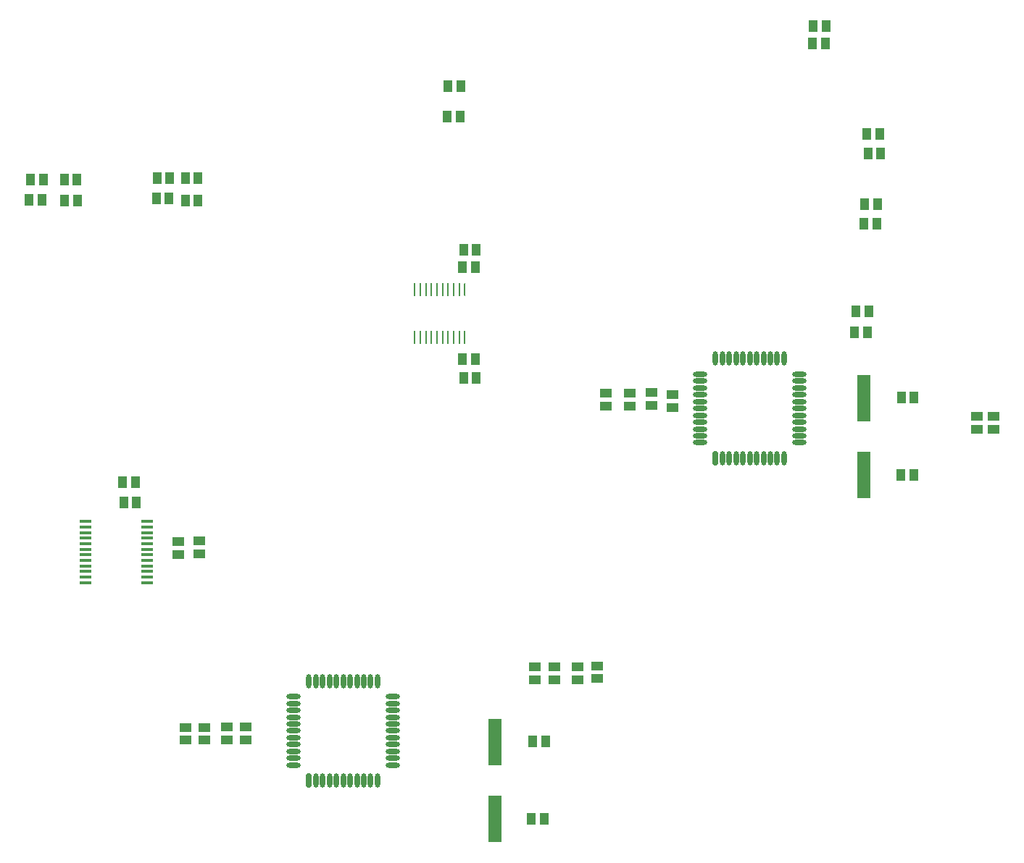
<source format=gtp>
G04 Layer_Color=8421504*
%FSLAX25Y25*%
%MOIN*%
G70*
G01*
G75*
%ADD10R,0.04331X0.05512*%
%ADD11R,0.05512X0.04331*%
%ADD12O,0.05512X0.01575*%
G04:AMPARAMS|DCode=13|XSize=15.75mil|YSize=55.12mil|CornerRadius=3.94mil|HoleSize=0mil|Usage=FLASHONLY|Rotation=90.000|XOffset=0mil|YOffset=0mil|HoleType=Round|Shape=RoundedRectangle|*
%AMROUNDEDRECTD13*
21,1,0.01575,0.04724,0,0,90.0*
21,1,0.00787,0.05512,0,0,90.0*
1,1,0.00787,0.02362,0.00394*
1,1,0.00787,0.02362,-0.00394*
1,1,0.00787,-0.02362,-0.00394*
1,1,0.00787,-0.02362,0.00394*
%
%ADD13ROUNDEDRECTD13*%
%ADD14O,0.02362X0.06496*%
%ADD15O,0.06496X0.02362*%
G04:AMPARAMS|DCode=16|XSize=23.62mil|YSize=64.96mil|CornerRadius=5.91mil|HoleSize=0mil|Usage=FLASHONLY|Rotation=180.000|XOffset=0mil|YOffset=0mil|HoleType=Round|Shape=RoundedRectangle|*
%AMROUNDEDRECTD16*
21,1,0.02362,0.05315,0,0,180.0*
21,1,0.01181,0.06496,0,0,180.0*
1,1,0.01181,-0.00591,0.02658*
1,1,0.01181,0.00591,0.02658*
1,1,0.01181,0.00591,-0.02658*
1,1,0.01181,-0.00591,-0.02658*
%
%ADD16ROUNDEDRECTD16*%
%ADD17R,0.05906X0.21654*%
%ADD18R,0.00984X0.06102*%
G04:AMPARAMS|DCode=19|XSize=9.84mil|YSize=61.02mil|CornerRadius=2.46mil|HoleSize=0mil|Usage=FLASHONLY|Rotation=180.000|XOffset=0mil|YOffset=0mil|HoleType=Round|Shape=RoundedRectangle|*
%AMROUNDEDRECTD19*
21,1,0.00984,0.05610,0,0,180.0*
21,1,0.00492,0.06102,0,0,180.0*
1,1,0.00492,-0.00246,0.02805*
1,1,0.00492,0.00246,0.02805*
1,1,0.00492,0.00246,-0.02805*
1,1,0.00492,-0.00246,-0.02805*
%
%ADD19ROUNDEDRECTD19*%
D10*
X599606Y322441D02*
D03*
X605512D02*
D03*
X430118Y164173D02*
D03*
X436024D02*
D03*
X429331Y128347D02*
D03*
X435236D02*
D03*
X199016Y422736D02*
D03*
X204921D02*
D03*
X198425Y413386D02*
D03*
X204331D02*
D03*
X220472Y422736D02*
D03*
X214567D02*
D03*
X220669Y412992D02*
D03*
X214764D02*
D03*
X257283Y423228D02*
D03*
X263189D02*
D03*
X256890Y414173D02*
D03*
X262795D02*
D03*
X276181Y412992D02*
D03*
X270276D02*
D03*
X276181Y423228D02*
D03*
X270276D02*
D03*
X396654Y451575D02*
D03*
X390748D02*
D03*
X397047Y465748D02*
D03*
X391142D02*
D03*
X397835Y340158D02*
D03*
X403740D02*
D03*
X398228Y331496D02*
D03*
X404134D02*
D03*
X397835Y382283D02*
D03*
X403740D02*
D03*
X398228Y390551D02*
D03*
X404134D02*
D03*
X247441Y283465D02*
D03*
X241535D02*
D03*
X247835Y274016D02*
D03*
X241929D02*
D03*
X599409Y286614D02*
D03*
X605315D02*
D03*
X584252Y434646D02*
D03*
X590158D02*
D03*
X578150Y352362D02*
D03*
X584055D02*
D03*
X582480Y402362D02*
D03*
X588386D02*
D03*
X558661Y485433D02*
D03*
X564567D02*
D03*
X559055Y493307D02*
D03*
X564961D02*
D03*
X583661Y443701D02*
D03*
X589567D02*
D03*
X582677Y411417D02*
D03*
X588583D02*
D03*
X578740Y362205D02*
D03*
X584646D02*
D03*
D11*
X276772Y256299D02*
D03*
Y250394D02*
D03*
X266929Y256102D02*
D03*
Y250197D02*
D03*
X431102Y198228D02*
D03*
Y192323D02*
D03*
X440158Y198228D02*
D03*
Y192323D02*
D03*
X450787Y198228D02*
D03*
Y192323D02*
D03*
X459842Y198819D02*
D03*
Y192913D02*
D03*
X289370Y170669D02*
D03*
Y164764D02*
D03*
X298031Y170669D02*
D03*
Y164764D02*
D03*
X279134Y170472D02*
D03*
Y164567D02*
D03*
X270472Y170472D02*
D03*
Y164567D02*
D03*
X642126Y313583D02*
D03*
Y307677D02*
D03*
X634252Y313583D02*
D03*
Y307677D02*
D03*
X494488Y323622D02*
D03*
Y317717D02*
D03*
X484646Y324606D02*
D03*
Y318701D02*
D03*
X474803Y324410D02*
D03*
Y318504D02*
D03*
X463779Y324410D02*
D03*
Y318504D02*
D03*
D12*
X252559Y237106D02*
D03*
Y239665D02*
D03*
Y242224D02*
D03*
Y244783D02*
D03*
Y247342D02*
D03*
Y249902D02*
D03*
Y252461D02*
D03*
Y255020D02*
D03*
Y257579D02*
D03*
Y260138D02*
D03*
Y262697D02*
D03*
Y265256D02*
D03*
X224213Y237106D02*
D03*
Y239665D02*
D03*
Y242224D02*
D03*
Y244783D02*
D03*
Y247342D02*
D03*
Y249902D02*
D03*
Y252461D02*
D03*
Y255020D02*
D03*
Y257579D02*
D03*
Y260138D02*
D03*
Y262697D02*
D03*
D13*
Y265256D02*
D03*
D14*
X330315Y145965D02*
D03*
X333465D02*
D03*
X336614D02*
D03*
X339764D02*
D03*
X342913D02*
D03*
X346063D02*
D03*
X349213D02*
D03*
X352362D02*
D03*
X355512D02*
D03*
X358661D02*
D03*
Y191831D02*
D03*
X355512D02*
D03*
X352362D02*
D03*
X349213D02*
D03*
X346063D02*
D03*
X342913D02*
D03*
X339764D02*
D03*
X336614D02*
D03*
X333465D02*
D03*
X330315D02*
D03*
X327165D02*
D03*
X517323Y294390D02*
D03*
X520472D02*
D03*
X523622D02*
D03*
X526772D02*
D03*
X529921D02*
D03*
X533071D02*
D03*
X536221D02*
D03*
X539370D02*
D03*
X542520D02*
D03*
X545669D02*
D03*
Y340256D02*
D03*
X542520D02*
D03*
X539370D02*
D03*
X536221D02*
D03*
X533071D02*
D03*
X529921D02*
D03*
X526772D02*
D03*
X523622D02*
D03*
X520472D02*
D03*
X517323D02*
D03*
X514173D02*
D03*
D15*
X365846Y153150D02*
D03*
Y156299D02*
D03*
Y159449D02*
D03*
Y162598D02*
D03*
Y165748D02*
D03*
Y168898D02*
D03*
Y172047D02*
D03*
Y175197D02*
D03*
Y178347D02*
D03*
Y181496D02*
D03*
Y184646D02*
D03*
X319980D02*
D03*
Y181496D02*
D03*
Y178347D02*
D03*
Y175197D02*
D03*
Y172047D02*
D03*
Y168898D02*
D03*
Y165748D02*
D03*
Y162598D02*
D03*
Y159449D02*
D03*
Y156299D02*
D03*
Y153150D02*
D03*
X552854Y301575D02*
D03*
Y304724D02*
D03*
Y307874D02*
D03*
Y311024D02*
D03*
Y314173D02*
D03*
Y317323D02*
D03*
Y320472D02*
D03*
Y323622D02*
D03*
Y326772D02*
D03*
Y329921D02*
D03*
Y333071D02*
D03*
X506988D02*
D03*
Y329921D02*
D03*
Y326772D02*
D03*
Y323622D02*
D03*
Y320472D02*
D03*
Y317323D02*
D03*
Y314173D02*
D03*
Y311024D02*
D03*
Y307874D02*
D03*
Y304724D02*
D03*
Y301575D02*
D03*
D16*
X327165Y145965D02*
D03*
X514173Y294390D02*
D03*
D17*
X412598Y163779D02*
D03*
Y128347D02*
D03*
X582283Y322047D02*
D03*
Y286614D02*
D03*
D18*
X375787Y350000D02*
D03*
X378346D02*
D03*
X380906D02*
D03*
X383465D02*
D03*
X386024D02*
D03*
X388583D02*
D03*
X391142D02*
D03*
X393701D02*
D03*
X396260D02*
D03*
X398819D02*
D03*
X375787Y372047D02*
D03*
X378346D02*
D03*
X380906D02*
D03*
X383465D02*
D03*
X386024D02*
D03*
X388583D02*
D03*
X391142D02*
D03*
X393701D02*
D03*
X396260D02*
D03*
D19*
X398819D02*
D03*
M02*

</source>
